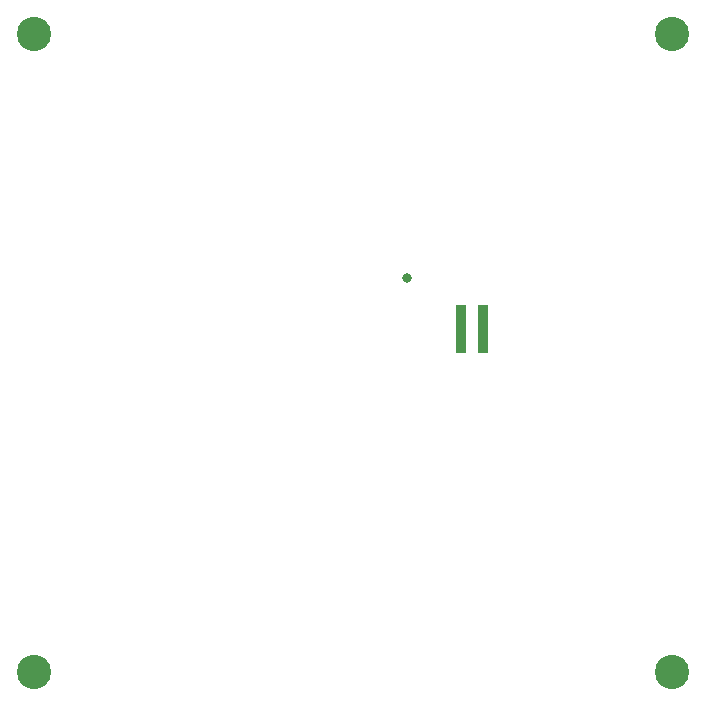
<source format=gbs>
G04*
G04 #@! TF.GenerationSoftware,Altium Limited,Altium Designer,18.1.6 (161)*
G04*
G04 Layer_Color=16711935*
%FSLAX25Y25*%
%MOIN*%
G70*
G01*
G75*
%ADD33C,0.11430*%
%ADD34C,0.03162*%
%ADD41R,0.03800X0.02200*%
D33*
X224409Y224410D02*
D03*
X11811D02*
D03*
X224409Y11811D02*
D03*
X11811D02*
D03*
D34*
X136122Y143209D02*
D03*
D41*
X161417Y133165D02*
D03*
Y131165D02*
D03*
Y129165D02*
D03*
Y127165D02*
D03*
Y125165D02*
D03*
Y123165D02*
D03*
Y121165D02*
D03*
Y119165D02*
D03*
X154117D02*
D03*
Y121165D02*
D03*
Y123165D02*
D03*
Y125165D02*
D03*
Y127165D02*
D03*
Y129165D02*
D03*
Y131165D02*
D03*
Y133165D02*
D03*
M02*

</source>
